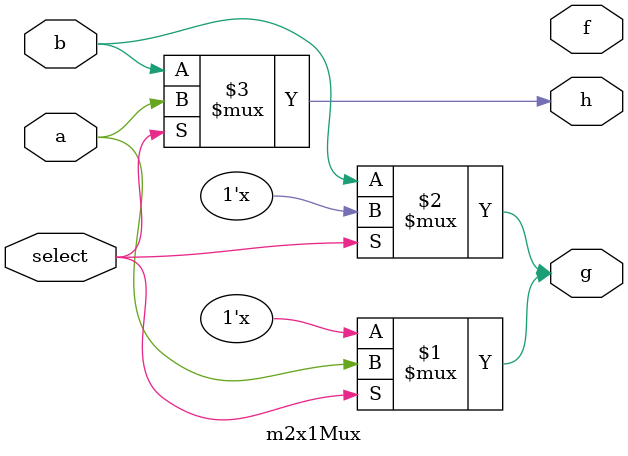
<source format=v>
module m2x1Mux(
  input a,
  input b,
  input select,
  output f,
  output g,
  output h);
  
  //pure tristate implementation
  bufif1 nb0(g, a, select);
  bufif0 nb1(g, b, select);
  
  //rtl implied tristate
  assign h = select ? a : b; //if select then a else b .. cryptic notation
  
endmodule

</source>
